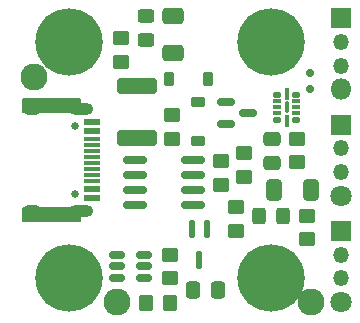
<source format=gbr>
%TF.GenerationSoftware,KiCad,Pcbnew,8.0.3*%
%TF.CreationDate,2024-07-08T02:18:10-04:00*%
%TF.ProjectId,USB-C-3-way-splitter-V4,5553422d-432d-4332-9d77-61792d73706c,rev?*%
%TF.SameCoordinates,Original*%
%TF.FileFunction,Soldermask,Top*%
%TF.FilePolarity,Negative*%
%FSLAX46Y46*%
G04 Gerber Fmt 4.6, Leading zero omitted, Abs format (unit mm)*
G04 Created by KiCad (PCBNEW 8.0.3) date 2024-07-08 02:18:10*
%MOMM*%
%LPD*%
G01*
G04 APERTURE LIST*
G04 Aperture macros list*
%AMRoundRect*
0 Rectangle with rounded corners*
0 $1 Rounding radius*
0 $2 $3 $4 $5 $6 $7 $8 $9 X,Y pos of 4 corners*
0 Add a 4 corners polygon primitive as box body*
4,1,4,$2,$3,$4,$5,$6,$7,$8,$9,$2,$3,0*
0 Add four circle primitives for the rounded corners*
1,1,$1+$1,$2,$3*
1,1,$1+$1,$4,$5*
1,1,$1+$1,$6,$7*
1,1,$1+$1,$8,$9*
0 Add four rect primitives between the rounded corners*
20,1,$1+$1,$2,$3,$4,$5,0*
20,1,$1+$1,$4,$5,$6,$7,0*
20,1,$1+$1,$6,$7,$8,$9,0*
20,1,$1+$1,$8,$9,$2,$3,0*%
G04 Aperture macros list end*
%ADD10RoundRect,0.250000X0.412500X0.650000X-0.412500X0.650000X-0.412500X-0.650000X0.412500X-0.650000X0*%
%ADD11RoundRect,0.087500X-0.087500X-0.387500X0.087500X-0.387500X0.087500X0.387500X-0.087500X0.387500X0*%
%ADD12RoundRect,0.087500X-0.087500X-0.425000X0.087500X-0.425000X0.087500X0.425000X-0.087500X0.425000X0*%
%ADD13RoundRect,0.125000X-0.215000X-0.125000X0.215000X-0.125000X0.215000X0.125000X-0.215000X0.125000X0*%
%ADD14RoundRect,0.087500X-0.252500X-0.087500X0.252500X-0.087500X0.252500X0.087500X-0.252500X0.087500X0*%
%ADD15RoundRect,0.250000X0.450000X-0.350000X0.450000X0.350000X-0.450000X0.350000X-0.450000X-0.350000X0*%
%ADD16RoundRect,0.250000X-0.450000X0.350000X-0.450000X-0.350000X0.450000X-0.350000X0.450000X0.350000X0*%
%ADD17RoundRect,0.150000X-0.587500X-0.150000X0.587500X-0.150000X0.587500X0.150000X-0.587500X0.150000X0*%
%ADD18RoundRect,0.225000X-0.375000X0.225000X-0.375000X-0.225000X0.375000X-0.225000X0.375000X0.225000X0*%
%ADD19RoundRect,0.225000X0.225000X0.375000X-0.225000X0.375000X-0.225000X-0.375000X0.225000X-0.375000X0*%
%ADD20C,5.700000*%
%ADD21RoundRect,0.250000X1.450000X-0.400000X1.450000X0.400000X-1.450000X0.400000X-1.450000X-0.400000X0*%
%ADD22RoundRect,0.112500X0.112500X0.637500X-0.112500X0.637500X-0.112500X-0.637500X0.112500X-0.637500X0*%
%ADD23RoundRect,0.250000X-0.350000X-0.450000X0.350000X-0.450000X0.350000X0.450000X-0.350000X0.450000X0*%
%ADD24R,1.800000X1.800000*%
%ADD25O,1.350000X1.350000*%
%ADD26C,1.800000*%
%ADD27RoundRect,0.150000X-0.825000X-0.150000X0.825000X-0.150000X0.825000X0.150000X-0.825000X0.150000X0*%
%ADD28RoundRect,0.250000X0.650000X-0.412500X0.650000X0.412500X-0.650000X0.412500X-0.650000X-0.412500X0*%
%ADD29RoundRect,0.250000X-0.450000X0.325000X-0.450000X-0.325000X0.450000X-0.325000X0.450000X0.325000X0*%
%ADD30RoundRect,0.250000X-0.337500X-0.475000X0.337500X-0.475000X0.337500X0.475000X-0.337500X0.475000X0*%
%ADD31RoundRect,0.250000X-0.325000X-0.450000X0.325000X-0.450000X0.325000X0.450000X-0.325000X0.450000X0*%
%ADD32O,1.800000X1.800000*%
%ADD33RoundRect,0.250000X-0.475000X0.337500X-0.475000X-0.337500X0.475000X-0.337500X0.475000X0.337500X0*%
%ADD34C,2.286000*%
%ADD35RoundRect,0.150000X-0.200000X0.150000X-0.200000X-0.150000X0.200000X-0.150000X0.200000X0.150000X0*%
%ADD36RoundRect,0.150000X0.512500X0.150000X-0.512500X0.150000X-0.512500X-0.150000X0.512500X-0.150000X0*%
%ADD37C,0.650000*%
%ADD38R,1.450000X0.600000*%
%ADD39R,1.450000X0.300000*%
%ADD40O,2.100000X1.000000*%
%ADD41O,1.600000X1.000000*%
G04 APERTURE END LIST*
D10*
%TO.C,C2*%
X23462500Y-2500000D03*
X20337500Y-2500000D03*
%TD*%
D11*
%TO.C,U2*%
X21400000Y4462500D03*
D12*
X21400000Y5600000D03*
D13*
X22210000Y5537500D03*
D14*
X22210000Y4962500D03*
X22210000Y4462500D03*
X22210000Y3962500D03*
D13*
X22210000Y3387500D03*
D12*
X21400000Y3325000D03*
D13*
X20590000Y3387500D03*
D14*
X20590000Y3962500D03*
X20590000Y4462500D03*
X20590000Y4962500D03*
D13*
X20590000Y5537500D03*
%TD*%
D15*
%TO.C,R9*%
X17800000Y-1400000D03*
X17800000Y600000D03*
%TD*%
D16*
%TO.C,R8*%
X11700000Y3800000D03*
X11700000Y1800000D03*
%TD*%
D17*
%TO.C,Q1*%
X16262500Y4950000D03*
X16262500Y3050000D03*
X18137500Y4000000D03*
%TD*%
D18*
%TO.C,D5*%
X13900000Y4950000D03*
X13900000Y1650000D03*
%TD*%
D19*
%TO.C,D4*%
X14750000Y6900000D03*
X11450000Y6900000D03*
%TD*%
D20*
%TO.C,H4*%
X20100000Y-10000000D03*
%TD*%
D21*
%TO.C,F1*%
X8700000Y1850000D03*
X8700000Y6300000D03*
%TD*%
D22*
%TO.C,D1*%
X14650000Y-5840000D03*
X13350000Y-5840000D03*
X14000000Y-8500000D03*
%TD*%
D23*
%TO.C,R1*%
X9500000Y-12100000D03*
X11500000Y-12100000D03*
%TD*%
D24*
%TO.C,J3*%
X26000000Y3000000D03*
D25*
X26000000Y1000000D03*
X26000000Y-1000000D03*
D26*
X26000000Y-3000000D03*
%TD*%
D20*
%TO.C,H2*%
X3000000Y-10000000D03*
%TD*%
D27*
%TO.C,U1*%
X8525000Y5000D03*
X8525000Y-1265000D03*
X8525000Y-2535000D03*
X8525000Y-3805000D03*
X13475000Y-3805000D03*
X13475000Y-2535000D03*
X13475000Y-1265000D03*
X13475000Y5000D03*
%TD*%
D16*
%TO.C,R3*%
X15800000Y-100000D03*
X15800000Y-2100000D03*
%TD*%
%TO.C,R7*%
X22300000Y1800000D03*
X22300000Y-200000D03*
%TD*%
D28*
%TO.C,C3*%
X11800000Y9037500D03*
X11800000Y12162500D03*
%TD*%
D29*
%TO.C,D2*%
X9500000Y12225000D03*
X9500000Y10175000D03*
%TD*%
D30*
%TO.C,C5*%
X13500000Y-11000000D03*
X15575000Y-11000000D03*
%TD*%
D31*
%TO.C,D3*%
X19075000Y-4700000D03*
X21125000Y-4700000D03*
%TD*%
D24*
%TO.C,J2*%
X26000000Y12000000D03*
D25*
X26000000Y10000000D03*
X26000000Y8000000D03*
D32*
X26000000Y6000000D03*
%TD*%
D16*
%TO.C,R6*%
X17100000Y-4000000D03*
X17100000Y-6000000D03*
%TD*%
D15*
%TO.C,R5*%
X23100000Y-4700000D03*
X23100000Y-6700000D03*
%TD*%
D33*
%TO.C,C1*%
X20200000Y1800000D03*
X20200000Y-275000D03*
%TD*%
D34*
%TO.C,H7*%
X23500000Y-12000000D03*
%TD*%
%TO.C,H6*%
X7000000Y-12000000D03*
%TD*%
D15*
%TO.C,R4*%
X7400000Y8300000D03*
X7400000Y10300000D03*
%TD*%
D20*
%TO.C,H1*%
X3000000Y10000000D03*
%TD*%
D16*
%TO.C,R2*%
X11500000Y-8000000D03*
X11500000Y-10000000D03*
%TD*%
D35*
%TO.C,D6*%
X23400000Y6000000D03*
X23400000Y7400000D03*
%TD*%
D36*
%TO.C,U3*%
X9337500Y-9950000D03*
X9337500Y-9000000D03*
X9337500Y-8050000D03*
X7062500Y-8050000D03*
X7062500Y-9000000D03*
X7062500Y-9950000D03*
%TD*%
D37*
%TO.C,J1*%
X3500000Y2890000D03*
X3500000Y-2890000D03*
D38*
X4945000Y3250000D03*
X4945000Y2450000D03*
D39*
X4945000Y1250000D03*
X4945000Y250000D03*
X4945000Y-250000D03*
X4945000Y-1250000D03*
D38*
X4945000Y-2450000D03*
X4945000Y-3250000D03*
X4945000Y-3250000D03*
X4945000Y-2450000D03*
D39*
X4945000Y-1750000D03*
X4945000Y-750000D03*
X4945000Y750000D03*
X4945000Y1750000D03*
D38*
X4945000Y2450000D03*
X4945000Y3250000D03*
D40*
X4030000Y4320000D03*
D41*
X-150000Y4320000D03*
D40*
X4030000Y-4320000D03*
D41*
X-150000Y-4320000D03*
%TD*%
D20*
%TO.C,H3*%
X20100000Y10000000D03*
%TD*%
D24*
%TO.C,J4*%
X26000000Y-6000000D03*
D25*
X26000000Y-8000000D03*
X26000000Y-10000000D03*
D26*
X26000000Y-12000000D03*
%TD*%
D34*
%TO.C,H5*%
X0Y7000000D03*
%TD*%
G36*
X3943039Y-4019685D02*
G01*
X3988794Y-4072489D01*
X4000000Y-4124000D01*
X4000000Y-5126000D01*
X3980315Y-5193039D01*
X3927511Y-5238794D01*
X3876000Y-5250000D01*
X-876000Y-5250000D01*
X-943039Y-5230315D01*
X-988794Y-5177511D01*
X-1000000Y-5126000D01*
X-1000000Y-4124000D01*
X-980315Y-4056961D01*
X-927511Y-4011206D01*
X-876000Y-4000000D01*
X3876000Y-4000000D01*
X3943039Y-4019685D01*
G37*
G36*
X3943039Y5230315D02*
G01*
X3988794Y5177511D01*
X4000000Y5126000D01*
X4000000Y4124000D01*
X3980315Y4056961D01*
X3927511Y4011206D01*
X3876000Y4000000D01*
X-876000Y4000000D01*
X-943039Y4019685D01*
X-988794Y4072489D01*
X-1000000Y4124000D01*
X-1000000Y5126000D01*
X-980315Y5193039D01*
X-927511Y5238794D01*
X-876000Y5250000D01*
X3876000Y5250000D01*
X3943039Y5230315D01*
G37*
M02*

</source>
